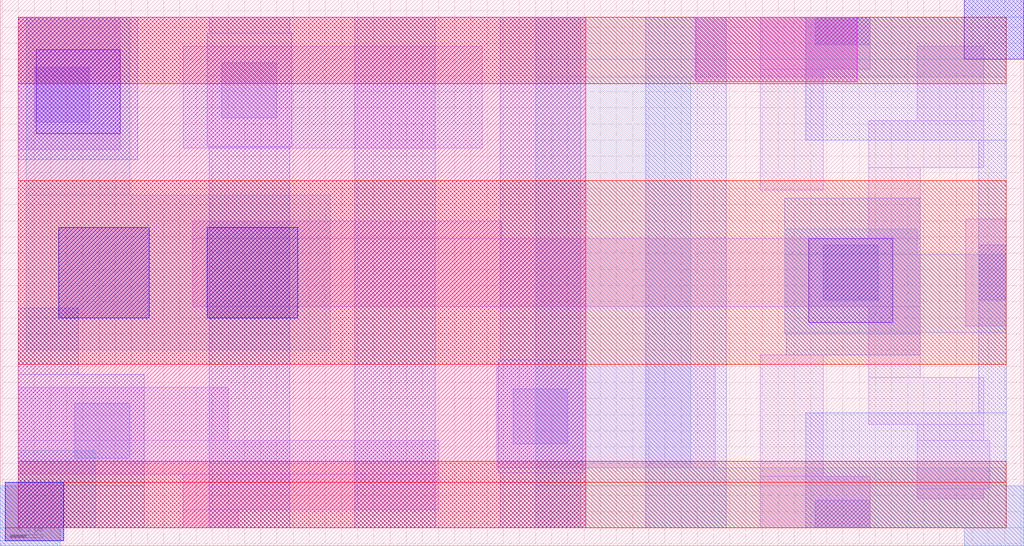
<source format=lef>
# Copyright 2020 The SkyWater PDK Authors
#
# Licensed under the Apache License, Version 2.0 (the "License");
# you may not use this file except in compliance with the License.
# You may obtain a copy of the License at
#
#     https://www.apache.org/licenses/LICENSE-2.0
#
# Unless required by applicable law or agreed to in writing, software
# distributed under the License is distributed on an "AS IS" BASIS,
# WITHOUT WARRANTIES OR CONDITIONS OF ANY KIND, either express or implied.
# See the License for the specific language governing permissions and
# limitations under the License.
#
# SPDX-License-Identifier: Apache-2.0

VERSION 5.7 ;
  NOWIREEXTENSIONATPIN ON ;
  DIVIDERCHAR "/" ;
  BUSBITCHARS "[]" ;
MACRO sky130_fd_bd_sram__sram_dp_swldrv_opt2di
  CLASS BLOCK ;
  FOREIGN sky130_fd_bd_sram__sram_dp_swldrv_opt2di ;
  ORIGIN  0.055000  0.055000 ;
  SIZE  3.165000 BY  1.690000 ;
  OBS
    LAYER li1 ;
      RECT 0.000000 0.165000 1.300000 0.270000 ;
      RECT 0.000000 0.270000 0.650000 0.435000 ;
      RECT 0.000000 1.170000 0.315000 1.580000 ;
      RECT 0.510000 0.000000 0.680000 0.055000 ;
      RECT 0.510000 0.055000 1.300000 0.165000 ;
      RECT 0.510000 1.175000 1.435000 1.490000 ;
      RECT 0.540000 0.685000 2.790000 0.895000 ;
      RECT 0.540000 0.895000 1.495000 0.950000 ;
      RECT 1.480000 0.185000 2.155000 0.505000 ;
      RECT 2.295000 0.000000 2.635000 0.160000 ;
      RECT 2.295000 0.160000 2.490000 0.535000 ;
      RECT 2.295000 1.045000 2.490000 1.420000 ;
      RECT 2.295000 1.420000 2.635000 1.580000 ;
      RECT 2.630000 0.320000 2.985000 0.465000 ;
      RECT 2.630000 0.465000 2.790000 0.685000 ;
      RECT 2.630000 0.895000 2.790000 1.115000 ;
      RECT 2.630000 1.115000 2.985000 1.260000 ;
      RECT 2.780000 0.090000 2.985000 0.120000 ;
      RECT 2.780000 0.120000 3.005000 0.270000 ;
      RECT 2.780000 0.270000 2.985000 0.320000 ;
      RECT 2.780000 1.260000 2.985000 1.490000 ;
      RECT 2.930000 0.625000 3.055000 0.955000 ;
    LAYER mcon ;
      RECT 0.050000 1.255000 0.220000 1.425000 ;
      RECT 0.175000 0.215000 0.345000 0.385000 ;
      RECT 0.630000 1.270000 0.800000 1.440000 ;
      RECT 1.530000 0.260000 1.700000 0.430000 ;
      RECT 2.465000 0.000000 2.635000 0.085000 ;
      RECT 2.465000 1.495000 2.635000 1.580000 ;
      RECT 2.490000 0.705000 2.660000 0.875000 ;
      RECT 2.970000 0.705000 3.055000 0.875000 ;
    LAYER met1 ;
      RECT -0.055000 -0.055000 0.130000 0.000000 ;
      RECT -0.055000  0.000000 0.390000 0.130000 ;
      RECT  0.000000  0.130000 0.390000 0.475000 ;
      RECT  0.000000  0.475000 0.185000 0.680000 ;
      RECT  0.000000  1.140000 0.370000 1.580000 ;
      RECT  0.585000  1.180000 0.845000 1.530000 ;
      RECT  0.590000  0.000000 0.840000 1.180000 ;
      RECT  0.590000  1.530000 0.840000 1.580000 ;
      RECT  1.040000  0.000000 1.290000 1.580000 ;
      RECT  1.485000  0.170000 1.745000 0.520000 ;
      RECT  1.490000  0.000000 1.740000 0.170000 ;
      RECT  1.490000  0.520000 1.740000 1.580000 ;
      RECT  1.940000  0.000000 2.190000 1.580000 ;
      RECT  2.370000  0.600000 2.790000 1.020000 ;
      RECT  2.375000  0.535000 2.790000 0.600000 ;
      RECT  2.435000  0.000000 3.110000 0.130000 ;
      RECT  2.435000  0.130000 3.055000 0.355000 ;
      RECT  2.435000  1.200000 3.055000 1.450000 ;
      RECT  2.435000  1.450000 3.110000 1.580000 ;
      RECT  2.925000 -0.055000 3.110000 0.000000 ;
      RECT  2.925000  1.580000 3.110000 1.635000 ;
      RECT  2.970000  0.355000 3.055000 1.200000 ;
    LAYER met2 ;
      RECT -0.055000 -0.055000 0.130000 -0.040000 ;
      RECT -0.055000 -0.040000 0.140000  0.000000 ;
      RECT -0.055000  0.000000 0.240000  0.130000 ;
      RECT -0.040000  0.130000 0.240000  0.140000 ;
      RECT  0.000000  0.140000 0.240000  0.240000 ;
      RECT  0.025000  0.550000 0.965000  1.030000 ;
      RECT  0.025000  1.030000 0.345000  1.580000 ;
      RECT  1.600000  0.000000 3.110000  0.130000 ;
      RECT  1.600000  0.130000 3.055000  0.185000 ;
      RECT  1.600000  0.185000 2.080000  1.395000 ;
      RECT  1.600000  1.395000 3.055000  1.450000 ;
      RECT  1.600000  1.450000 3.110000  1.580000 ;
      RECT  2.370000  0.605000 3.055000  0.845000 ;
      RECT  2.370000  0.845000 2.780000  0.925000 ;
      RECT  2.925000 -0.055000 3.110000  0.000000 ;
      RECT  2.925000  1.580000 3.110000  1.635000 ;
    LAYER met3 ;
      RECT -0.040000 -0.040000 0.140000 0.000000 ;
      RECT -0.040000  0.000000 3.055000 0.140000 ;
      RECT  0.000000  0.140000 3.055000 0.205000 ;
      RECT  0.000000  0.505000 3.055000 1.075000 ;
      RECT  0.000000  1.375000 3.055000 1.580000 ;
    LAYER nwell ;
      RECT 0.000000 0.000000 1.755000 1.580000 ;
    LAYER pwell ;
      RECT 2.095000 1.380000 2.595000 1.580000 ;
    LAYER via ;
      RECT 0.055000 1.220000 0.315000 1.480000 ;
      RECT 2.445000 0.635000 2.705000 0.895000 ;
      RECT 2.925000 1.450000 3.110000 1.635000 ;
    LAYER via2 ;
      RECT -0.040000 -0.040000 0.140000 0.140000 ;
      RECT  0.125000  0.650000 0.405000 0.930000 ;
      RECT  0.585000  0.650000 0.865000 0.930000 ;
  END
END sky130_fd_bd_sram__sram_dp_swldrv_opt2di
END LIBRARY

</source>
